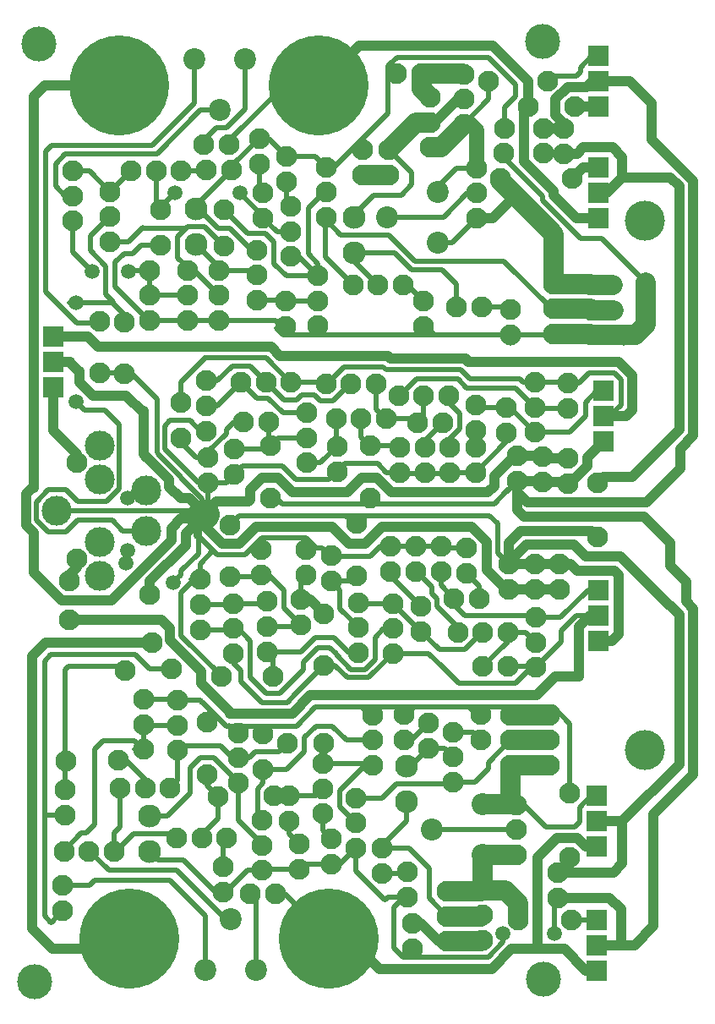
<source format=gbr>
G04 #@! TF.FileFunction,Copper,L2,Bot,Signal*
%FSLAX46Y46*%
G04 Gerber Fmt 4.6, Leading zero omitted, Abs format (unit mm)*
G04 Created by KiCad (PCBNEW 4.0.7) date Tuesday, August 03, 2021 'PMt' 04:14:27 PM*
%MOMM*%
%LPD*%
G01*
G04 APERTURE LIST*
%ADD10C,0.100000*%
%ADD11C,2.100000*%
%ADD12C,3.000000*%
%ADD13R,2.100000X2.100000*%
%ADD14C,2.300000*%
%ADD15C,2.200000*%
%ADD16C,10.000000*%
%ADD17C,4.000000*%
%ADD18C,3.500000*%
%ADD19C,1.500000*%
%ADD20C,0.500000*%
%ADD21C,1.000000*%
%ADD22C,3.000000*%
%ADD23C,2.000000*%
%ADD24C,1.500000*%
%ADD25C,0.250000*%
G04 APERTURE END LIST*
D10*
D11*
X211400000Y-103430000D03*
X211400000Y-105970000D03*
X195700000Y-93730000D03*
X195700000Y-96270000D03*
X199170000Y-91000000D03*
X196630000Y-91000000D03*
X198400000Y-103830000D03*
X198400000Y-106370000D03*
X202400000Y-111370000D03*
X202400000Y-108830000D03*
X202200000Y-133280000D03*
X202200000Y-135820000D03*
X201200000Y-128430000D03*
X201200000Y-130970000D03*
X215150000Y-121180000D03*
X215150000Y-123720000D03*
X212750000Y-120330000D03*
X212750000Y-122870000D03*
X213050000Y-136080000D03*
X213050000Y-138620000D03*
X210550000Y-133680000D03*
X210550000Y-136220000D03*
D12*
X177950000Y-99900000D03*
X186850000Y-101900000D03*
X186850000Y-97900000D03*
X182200000Y-103000000D03*
X182200000Y-106400000D03*
X182200000Y-93400000D03*
X182200000Y-96800000D03*
D11*
X203000000Y-95100000D03*
X203000000Y-92600000D03*
X203000000Y-90100000D03*
X201400000Y-87000000D03*
X198900000Y-87000000D03*
X196400000Y-87000000D03*
X192900000Y-86900000D03*
X192900000Y-89400000D03*
X192900000Y-91900000D03*
X204900000Y-87200000D03*
X207400000Y-87200000D03*
X209900000Y-87200000D03*
X205900000Y-90700000D03*
X208400000Y-90700000D03*
X210900000Y-90700000D03*
X212200000Y-88400000D03*
X214700000Y-88400000D03*
X217200000Y-88400000D03*
X225806000Y-87035000D03*
X225806000Y-89535000D03*
X225806000Y-92035000D03*
X199000000Y-114000000D03*
X199000000Y-111500000D03*
X199000000Y-109000000D03*
X195600000Y-114200000D03*
X195600000Y-111700000D03*
X195600000Y-109200000D03*
X192300000Y-111800000D03*
X192300000Y-109300000D03*
X192300000Y-106800000D03*
X211600000Y-114200000D03*
X211600000Y-111700000D03*
X211600000Y-109200000D03*
X208100000Y-114100000D03*
X208100000Y-111600000D03*
X208100000Y-109100000D03*
X223100000Y-112100000D03*
X220600000Y-112100000D03*
X218100000Y-112100000D03*
X225900000Y-115600000D03*
X225900000Y-113100000D03*
X225900000Y-110600000D03*
X183650000Y-134000000D03*
X181150000Y-134000000D03*
X178650000Y-134000000D03*
X186600000Y-118800000D03*
X186600000Y-121300000D03*
X186600000Y-123800000D03*
X194950000Y-132700000D03*
X192450000Y-132700000D03*
X189950000Y-132700000D03*
X190050000Y-118900000D03*
X190050000Y-121400000D03*
X190050000Y-123900000D03*
X184300000Y-127650000D03*
X186800000Y-127650000D03*
X189300000Y-127650000D03*
X196100000Y-127150000D03*
X196100000Y-124650000D03*
X196100000Y-122150000D03*
X198500000Y-130900000D03*
X198500000Y-133400000D03*
X198500000Y-135900000D03*
X204550000Y-130250000D03*
X204550000Y-127750000D03*
X204550000Y-125250000D03*
X209550000Y-120350000D03*
X209550000Y-122850000D03*
X209550000Y-125350000D03*
X207900000Y-128650000D03*
X207900000Y-131150000D03*
X207900000Y-133650000D03*
X217650000Y-122050000D03*
X217650000Y-124550000D03*
X217650000Y-127050000D03*
X220550000Y-142900000D03*
X220550000Y-140400000D03*
X220550000Y-137900000D03*
X223400000Y-125350000D03*
X223400000Y-122850000D03*
X223400000Y-120350000D03*
X217050000Y-143000000D03*
X217050000Y-140500000D03*
X217050000Y-138000000D03*
X223950000Y-129350000D03*
X223950000Y-131850000D03*
X223950000Y-134350000D03*
X227300000Y-125350000D03*
X227300000Y-122850000D03*
X227300000Y-120350000D03*
D13*
X232000000Y-140860000D03*
X232000000Y-143400000D03*
X232000000Y-145940000D03*
X232000000Y-128460000D03*
X232000000Y-131000000D03*
X232000000Y-133540000D03*
D11*
X206000000Y-93430000D03*
X206000000Y-95970000D03*
X214030000Y-91100000D03*
X216570000Y-91100000D03*
X229108000Y-87122000D03*
X229108000Y-89662000D03*
X217300000Y-93530000D03*
X217300000Y-96070000D03*
X219900000Y-89330000D03*
X219900000Y-91870000D03*
X223000000Y-89530000D03*
X223000000Y-92070000D03*
X193100000Y-94530000D03*
X193100000Y-97070000D03*
X214400000Y-109430000D03*
X214400000Y-111970000D03*
X213900000Y-103430000D03*
X213900000Y-105970000D03*
X220630000Y-115500000D03*
X223170000Y-115500000D03*
X216400000Y-103430000D03*
X216400000Y-105970000D03*
X219000000Y-103630000D03*
X219000000Y-106170000D03*
X205400000Y-104430000D03*
X205400000Y-106970000D03*
X202900000Y-103830000D03*
X202900000Y-106370000D03*
X178750000Y-127830000D03*
X178750000Y-130370000D03*
X194600000Y-138120000D03*
X194600000Y-135580000D03*
D14*
X187250000Y-134050000D03*
X187250000Y-130450000D03*
D11*
X205400000Y-135270000D03*
X205400000Y-132730000D03*
D14*
X213000000Y-129050000D03*
X213000000Y-125450000D03*
D11*
X220450000Y-122870000D03*
X220450000Y-120330000D03*
X213600000Y-143770000D03*
X213600000Y-141230000D03*
X199870000Y-138250000D03*
X197330000Y-138250000D03*
X178550000Y-137380000D03*
X178550000Y-139920000D03*
D15*
X220600000Y-129260000D03*
X220600000Y-134340000D03*
X215520000Y-131800000D03*
X197890000Y-145900000D03*
X192810000Y-145900000D03*
X195350000Y-140820000D03*
D11*
X198200000Y-65170000D03*
X198200000Y-62630000D03*
X198600000Y-70570000D03*
X198600000Y-68030000D03*
X220470000Y-79500000D03*
X217930000Y-79500000D03*
X223400000Y-82270000D03*
X223400000Y-79730000D03*
X208600000Y-66270000D03*
X208600000Y-63730000D03*
X211200000Y-63730000D03*
X211200000Y-66270000D03*
D13*
X177550000Y-87540000D03*
X177550000Y-85000000D03*
X177550000Y-82460000D03*
D11*
X179500000Y-65900000D03*
X179500000Y-68400000D03*
X179500000Y-70900000D03*
X187250000Y-80850000D03*
X187250000Y-78350000D03*
X187250000Y-75850000D03*
X190400000Y-65850000D03*
X187900000Y-65850000D03*
X185400000Y-65850000D03*
X191050000Y-80850000D03*
X191050000Y-78350000D03*
X191050000Y-75850000D03*
X183250000Y-67950000D03*
X183250000Y-70450000D03*
X183250000Y-72950000D03*
X194200000Y-75850000D03*
X194200000Y-78350000D03*
X194200000Y-80850000D03*
X198000000Y-78800000D03*
X198000000Y-76300000D03*
X198000000Y-73800000D03*
X201400000Y-69450000D03*
X201400000Y-71950000D03*
X201400000Y-74450000D03*
X204100000Y-81400000D03*
X204100000Y-78900000D03*
X204100000Y-76400000D03*
X204900000Y-70500000D03*
X204900000Y-68000000D03*
X204900000Y-65500000D03*
X212600000Y-77300000D03*
X210100000Y-77300000D03*
X207600000Y-77300000D03*
X218700000Y-56200000D03*
X218700000Y-58700000D03*
X218700000Y-61200000D03*
X231500000Y-77300000D03*
X231500000Y-79800000D03*
X231500000Y-82300000D03*
X215300000Y-58500000D03*
X215300000Y-61000000D03*
X215300000Y-63500000D03*
X220000000Y-70600000D03*
X220000000Y-68100000D03*
X220000000Y-65600000D03*
X227700000Y-77200000D03*
X227700000Y-79700000D03*
X227700000Y-82200000D03*
D13*
X232156000Y-54356000D03*
X232156000Y-56896000D03*
X232156000Y-59436000D03*
X232156000Y-65532000D03*
X232156000Y-68072000D03*
X232156000Y-70612000D03*
D14*
X191900000Y-69650000D03*
X191900000Y-73250000D03*
D11*
X200900000Y-78930000D03*
X200900000Y-81470000D03*
X200950000Y-64430000D03*
X200950000Y-66970000D03*
D14*
X207700000Y-70500000D03*
X207700000Y-74100000D03*
D11*
X214700000Y-78930000D03*
X214700000Y-81470000D03*
X211930000Y-56100000D03*
X214470000Y-56100000D03*
X195220000Y-63250000D03*
X192680000Y-63250000D03*
D15*
X216100000Y-67960000D03*
X216100000Y-73040000D03*
X211020000Y-70500000D03*
X191710000Y-54700000D03*
X196790000Y-54700000D03*
X194250000Y-59780000D03*
D13*
X232664000Y-87884000D03*
X232664000Y-90424000D03*
X232664000Y-92964000D03*
X232200000Y-107860000D03*
X232200000Y-110400000D03*
X232200000Y-112940000D03*
D16*
X205200000Y-142700000D03*
X185200000Y-142700000D03*
X204200000Y-57300000D03*
X184200000Y-57300000D03*
D11*
X214800000Y-93530000D03*
X214800000Y-96070000D03*
X228700000Y-61630000D03*
X228700000Y-64170000D03*
X219900000Y-93530000D03*
X219900000Y-96070000D03*
X229108000Y-97155000D03*
X229108000Y-94615000D03*
X220270000Y-108700000D03*
X217730000Y-108700000D03*
X228300000Y-107770000D03*
X228300000Y-105230000D03*
X226568000Y-97028000D03*
X226568000Y-94488000D03*
X224028000Y-96901000D03*
X224028000Y-94361000D03*
X223200000Y-107770000D03*
X223200000Y-105230000D03*
X225800000Y-107770000D03*
X225800000Y-105230000D03*
X228100000Y-138670000D03*
X228100000Y-136130000D03*
X212300000Y-93530000D03*
X212300000Y-96070000D03*
X199300000Y-98600000D03*
X199300000Y-93400000D03*
X190400000Y-89050000D03*
X190400000Y-92650000D03*
X209300000Y-98600000D03*
X209300000Y-93400000D03*
X208000000Y-106400000D03*
X208000000Y-101200000D03*
X195300000Y-106500000D03*
X195300000Y-101300000D03*
X204700000Y-110200000D03*
X204700000Y-115400000D03*
X194400000Y-116500000D03*
X199600000Y-116500000D03*
X194700000Y-69800000D03*
X194700000Y-73400000D03*
X182200000Y-80900000D03*
X182200000Y-86100000D03*
X188350000Y-69750000D03*
X188350000Y-73350000D03*
X184700000Y-81000000D03*
X184700000Y-86200000D03*
X195470000Y-65800000D03*
X192930000Y-65800000D03*
X198600000Y-125850000D03*
X198600000Y-122250000D03*
X204650000Y-123150000D03*
X201050000Y-123150000D03*
X193000000Y-126300000D03*
X193000000Y-121100000D03*
D17*
X236850000Y-70900000D03*
X236850000Y-123900000D03*
D18*
X176100000Y-53200000D03*
X175700000Y-147100000D03*
X226700000Y-146800000D03*
X226600000Y-52900000D03*
D19*
X189800000Y-68050000D03*
X196250000Y-68050000D03*
X189600000Y-107100000D03*
D11*
X189450000Y-115750000D03*
X187450000Y-113150000D03*
X187250000Y-108300000D03*
X225200000Y-59400000D03*
X229800000Y-59400000D03*
D19*
X181450000Y-75950000D03*
X185150000Y-75900000D03*
D11*
X221200000Y-56900000D03*
X227100000Y-56900000D03*
X222400000Y-66600000D03*
X229600000Y-66600000D03*
D19*
X227800000Y-142200000D03*
X222650000Y-142200000D03*
D11*
X222800000Y-61600000D03*
X226700000Y-61600000D03*
X229350000Y-128150000D03*
X229300000Y-134650000D03*
X226700000Y-64100000D03*
X222700000Y-64100000D03*
X232100000Y-97100000D03*
X232100000Y-102500000D03*
X199650000Y-128450000D03*
X194100000Y-128500000D03*
X179150000Y-110800000D03*
X179150000Y-106950000D03*
X179950000Y-104700000D03*
X179950000Y-95100000D03*
D19*
X179850000Y-88950000D03*
X179850000Y-79100000D03*
D11*
X184800000Y-115900000D03*
X178850000Y-124950000D03*
X184100000Y-124900000D03*
D19*
X184850000Y-105150000D03*
X185000000Y-98650000D03*
X185050000Y-103850000D03*
D11*
X224150000Y-140850000D03*
X229450000Y-140850000D03*
D20*
X198200000Y-65170000D02*
X198200000Y-67630000D01*
X198200000Y-67630000D02*
X198600000Y-68030000D01*
X188350000Y-69750000D02*
X188350000Y-69500000D01*
X188350000Y-69500000D02*
X189800000Y-68050000D01*
X196250000Y-68050000D02*
X198600000Y-70400000D01*
X198600000Y-70400000D02*
X198600000Y-70570000D01*
X187900000Y-65850000D02*
X187900000Y-69300000D01*
X187900000Y-69300000D02*
X188350000Y-69750000D01*
X201400000Y-71950000D02*
X199980000Y-71950000D01*
X199980000Y-71950000D02*
X198600000Y-70570000D01*
X220470000Y-79500000D02*
X223170000Y-79500000D01*
X223170000Y-79500000D02*
X223400000Y-79730000D01*
X207700000Y-74100000D02*
X207700000Y-74900000D01*
X207700000Y-74900000D02*
X210100000Y-77300000D01*
X210900000Y-74100000D02*
X211800000Y-74100000D01*
X211800000Y-74100000D02*
X213500000Y-75800000D01*
X213500000Y-75800000D02*
X216500000Y-75800000D01*
X216500000Y-75800000D02*
X217930000Y-77230000D01*
X217930000Y-77230000D02*
X217930000Y-79500000D01*
X207700000Y-74100000D02*
X210900000Y-74100000D01*
X178750000Y-130370000D02*
X176700000Y-130370000D01*
X176700000Y-130370000D02*
X176770000Y-130300000D01*
X176770000Y-130300000D02*
X176800000Y-130300000D01*
X176800000Y-130300000D02*
X176700000Y-130300000D01*
X189450000Y-115750000D02*
X187200000Y-115750000D01*
X187200000Y-115750000D02*
X185750000Y-114300000D01*
X185750000Y-114300000D02*
X177350000Y-114300000D01*
X177350000Y-114300000D02*
X176700000Y-114950000D01*
X176700000Y-114950000D02*
X176700000Y-130300000D01*
X176700000Y-130300000D02*
X176700000Y-140450000D01*
X176700000Y-140450000D02*
X177350000Y-141100000D01*
X177350000Y-141100000D02*
X177370000Y-141100000D01*
X177370000Y-141100000D02*
X178550000Y-139920000D01*
D21*
X177525000Y-143775000D02*
X184125000Y-143775000D01*
X184125000Y-143775000D02*
X185200000Y-142700000D01*
X179250000Y-85000000D02*
X179250000Y-85050000D01*
X179250000Y-85050000D02*
X180200000Y-86000000D01*
X180200000Y-87000000D02*
X180200000Y-86000000D01*
X180200000Y-86000000D02*
X180200000Y-85950000D01*
X183750000Y-88350000D02*
X181550000Y-88350000D01*
X181550000Y-88350000D02*
X180200000Y-87000000D01*
X179250000Y-85000000D02*
X177550000Y-85000000D01*
D20*
X182200000Y-86100000D02*
X184600000Y-86100000D01*
X184600000Y-86100000D02*
X184700000Y-86200000D01*
X184450000Y-86300000D02*
X185550000Y-86300000D01*
X185550000Y-86300000D02*
X187950000Y-88700000D01*
D21*
X183750000Y-88350000D02*
X184850000Y-88350000D01*
X184850000Y-88350000D02*
X186600000Y-90100000D01*
X186600000Y-89900000D02*
X186600000Y-90100000D01*
X186600000Y-90100000D02*
X186600000Y-94200000D01*
X187700000Y-95300000D02*
X186600000Y-94200000D01*
X186600000Y-94200000D02*
X186600000Y-94250000D01*
X186600000Y-94250000D02*
X186900000Y-94550000D01*
D20*
X188150000Y-94300000D02*
X187950000Y-94100000D01*
X187950000Y-94100000D02*
X187950000Y-88700000D01*
X192900000Y-91900000D02*
X192350000Y-91900000D01*
X192350000Y-91900000D02*
X191300000Y-90850000D01*
X191300000Y-90850000D02*
X189300000Y-90850000D01*
X189300000Y-90850000D02*
X188750000Y-91400000D01*
X188750000Y-91400000D02*
X188750000Y-93700000D01*
X193100000Y-97070000D02*
X192120000Y-97070000D01*
X192120000Y-97070000D02*
X188750000Y-93700000D01*
X192500000Y-99625000D02*
X192500000Y-98700000D01*
X192500000Y-98700000D02*
X190400000Y-96600000D01*
X190400000Y-96600000D02*
X190400000Y-96550000D01*
X190400000Y-96550000D02*
X188150000Y-94300000D01*
D21*
X192500000Y-100200000D02*
X192500000Y-99625000D01*
X192500000Y-99625000D02*
X192500000Y-99950000D01*
X192500000Y-99950000D02*
X191200000Y-98650000D01*
X191200000Y-98650000D02*
X190350000Y-98650000D01*
X190350000Y-98650000D02*
X189200000Y-97500000D01*
X189200000Y-97500000D02*
X189200000Y-96800000D01*
X189200000Y-96800000D02*
X187700000Y-95300000D01*
D20*
X189600000Y-107100000D02*
X189600000Y-107050000D01*
X189600000Y-107050000D02*
X190350000Y-106300000D01*
X190350000Y-106300000D02*
X190350000Y-105950000D01*
X189600000Y-107100000D02*
X189600000Y-106700000D01*
X189450000Y-106800000D02*
X189450000Y-106950000D01*
X189450000Y-106950000D02*
X189600000Y-107100000D01*
X192100000Y-103700000D02*
X192100000Y-102600000D01*
X192100000Y-102600000D02*
X191925000Y-102425000D01*
D21*
X187250000Y-108300000D02*
X187250000Y-106950000D01*
X187250000Y-106950000D02*
X190850000Y-103350000D01*
X190850000Y-103350000D02*
X190850000Y-102200000D01*
D20*
X191925000Y-101125000D02*
X191925000Y-102425000D01*
X192100000Y-103700000D02*
X192100000Y-104200000D01*
X192100000Y-104200000D02*
X190350000Y-105950000D01*
X189450000Y-106800000D02*
X189400000Y-106850000D01*
D21*
X184900000Y-113150000D02*
X187450000Y-113150000D01*
X187250000Y-108300000D02*
X187250000Y-108250000D01*
X175600000Y-103400000D02*
X175600000Y-102100000D01*
X175600000Y-102100000D02*
X174850000Y-101350000D01*
X174850000Y-101350000D02*
X174850000Y-98200000D01*
X174850000Y-98200000D02*
X175600000Y-97450000D01*
X192500000Y-100250000D02*
X192500000Y-100550000D01*
X192500000Y-100550000D02*
X191925000Y-101125000D01*
X191925000Y-101125000D02*
X190850000Y-102200000D01*
X187250000Y-108250000D02*
X187250000Y-108450000D01*
X183300000Y-108850000D02*
X183450000Y-108850000D01*
X183450000Y-108850000D02*
X183900000Y-108400000D01*
X192500000Y-100250000D02*
X191450000Y-100250000D01*
X191450000Y-100250000D02*
X191000000Y-100700000D01*
X191000000Y-100700000D02*
X190350000Y-100700000D01*
X190350000Y-100700000D02*
X189400000Y-101650000D01*
X189400000Y-101650000D02*
X189400000Y-102900000D01*
X189400000Y-102900000D02*
X183900000Y-108400000D01*
X177550000Y-143800000D02*
X177525000Y-143775000D01*
X177525000Y-143775000D02*
X175450000Y-141700000D01*
X175450000Y-141700000D02*
X175450000Y-114500000D01*
X175450000Y-114500000D02*
X176800000Y-113150000D01*
X176800000Y-113150000D02*
X184900000Y-113150000D01*
X184200000Y-57300000D02*
X176700000Y-57300000D01*
X176700000Y-57300000D02*
X175600000Y-58400000D01*
X175600000Y-58400000D02*
X175600000Y-97450000D01*
X175600000Y-97450000D02*
X175600000Y-97600000D01*
X175600000Y-103400000D02*
X175600000Y-106050000D01*
X175600000Y-106050000D02*
X178400000Y-108850000D01*
X178400000Y-108850000D02*
X183300000Y-108850000D01*
X192500000Y-100250000D02*
X192500000Y-100200000D01*
X192500000Y-100200000D02*
X192500000Y-99950000D01*
X192500000Y-100200000D02*
X192500000Y-99850000D01*
D20*
X177950000Y-99900000D02*
X192400000Y-99900000D01*
X192400000Y-99900000D02*
X192700000Y-100200000D01*
X192300000Y-106800000D02*
X191700000Y-106800000D01*
X191700000Y-106800000D02*
X190400000Y-108100000D01*
X190400000Y-108100000D02*
X190400000Y-112400000D01*
X190400000Y-112400000D02*
X194400000Y-116400000D01*
X194400000Y-116400000D02*
X194400000Y-116500000D01*
X192200000Y-102500000D02*
X192200000Y-100700000D01*
X192200000Y-100700000D02*
X192700000Y-100200000D01*
X192300000Y-106800000D02*
X192300000Y-105200000D01*
X192300000Y-105200000D02*
X193600000Y-103900000D01*
X191400000Y-106800000D02*
X192300000Y-106800000D01*
X197800000Y-103300000D02*
X198100000Y-103000000D01*
X193600000Y-103900000D02*
X194000000Y-104300000D01*
X193600000Y-103900000D02*
X192200000Y-102500000D01*
X204500000Y-103630000D02*
X203930000Y-103630000D01*
X203930000Y-103630000D02*
X202900000Y-102600000D01*
X202900000Y-102600000D02*
X199600000Y-102600000D01*
X199600000Y-102600000D02*
X198500000Y-102600000D01*
X198500000Y-102600000D02*
X198100000Y-103000000D01*
X198100000Y-103000000D02*
X196800000Y-104300000D01*
X196800000Y-104300000D02*
X194000000Y-104300000D01*
X206900000Y-104500000D02*
X205370000Y-104500000D01*
X205370000Y-104500000D02*
X204500000Y-103630000D01*
D21*
X198800000Y-101500000D02*
X197900000Y-101500000D01*
X197900000Y-101500000D02*
X197300000Y-102100000D01*
X192700000Y-100200000D02*
X192700000Y-101400000D01*
X192700000Y-101400000D02*
X194500000Y-103200000D01*
X194500000Y-103200000D02*
X196200000Y-103200000D01*
X196200000Y-103200000D02*
X197300000Y-102100000D01*
X198800000Y-101500000D02*
X204000000Y-101500000D01*
X207500000Y-103200000D02*
X207200000Y-103200000D01*
X207200000Y-103200000D02*
X205500000Y-101500000D01*
X205500000Y-101500000D02*
X204000000Y-101500000D01*
D20*
X211400000Y-103430000D02*
X210370000Y-103430000D01*
X210370000Y-103430000D02*
X209300000Y-104500000D01*
X209300000Y-104500000D02*
X206900000Y-104500000D01*
X206900000Y-104500000D02*
X206700000Y-104500000D01*
X219000000Y-103630000D02*
X216600000Y-103630000D01*
X216600000Y-103630000D02*
X216400000Y-103430000D01*
X213900000Y-103430000D02*
X216400000Y-103430000D01*
X211400000Y-103430000D02*
X213900000Y-103430000D01*
D21*
X211949998Y-101500000D02*
X210500000Y-101500000D01*
X210500000Y-101500000D02*
X208800000Y-103200000D01*
X208800000Y-103200000D02*
X207500000Y-103200000D01*
X219500000Y-101500000D02*
X211949998Y-101500000D01*
X223200000Y-107770000D02*
X222970000Y-107770000D01*
X222970000Y-107770000D02*
X221000000Y-105800000D01*
X221000000Y-105800000D02*
X221000000Y-103000000D01*
X221000000Y-103000000D02*
X219500000Y-101500000D01*
X223200000Y-107770000D02*
X222870000Y-107770000D01*
X225800000Y-107770000D02*
X223200000Y-107770000D01*
X228300000Y-107770000D02*
X225800000Y-107770000D01*
D20*
X212300000Y-96070000D02*
X210970000Y-96070000D01*
X206770000Y-95200000D02*
X206000000Y-95970000D01*
X210100000Y-95200000D02*
X206770000Y-95200000D01*
X210970000Y-96070000D02*
X210100000Y-95200000D01*
X201900000Y-96800000D02*
X205170000Y-96800000D01*
X201900000Y-96800000D02*
X200500000Y-95400000D01*
X200500000Y-95400000D02*
X196570000Y-95400000D01*
X195700000Y-96270000D02*
X196570000Y-95400000D01*
X205170000Y-96800000D02*
X206000000Y-95970000D01*
D21*
X201544000Y-98044000D02*
X207056000Y-98044000D01*
X208500000Y-96600000D02*
X207056000Y-98044000D01*
X197300000Y-97800000D02*
X197300000Y-98800000D01*
X195300000Y-99000000D02*
X197100000Y-99000000D01*
X197300000Y-98800000D02*
X197100000Y-99000000D01*
X198500000Y-96600000D02*
X197300000Y-97800000D01*
X200100000Y-96600000D02*
X198500000Y-96600000D01*
X201544000Y-98044000D02*
X200100000Y-96600000D01*
X208500000Y-96600000D02*
X209300000Y-96600000D01*
X213400000Y-98044000D02*
X211444000Y-98044000D01*
X211444000Y-98044000D02*
X210000000Y-96600000D01*
X210000000Y-96600000D02*
X209300000Y-96600000D01*
X209300000Y-96600000D02*
X209200000Y-96600000D01*
D20*
X214800000Y-96170000D02*
X212300000Y-96170000D01*
X217300000Y-96170000D02*
X214800000Y-96170000D01*
X223000000Y-92070000D02*
X223000000Y-92970000D01*
X223000000Y-92970000D02*
X219900000Y-96070000D01*
X219900000Y-96070000D02*
X217400000Y-96070000D01*
X217400000Y-96070000D02*
X217300000Y-96170000D01*
X192400000Y-99900000D02*
X192700000Y-100200000D01*
X193100000Y-97070000D02*
X193100000Y-99600000D01*
D21*
X193900000Y-99000000D02*
X192700000Y-100200000D01*
X193900000Y-99000000D02*
X195300000Y-99000000D01*
D22*
X192700000Y-100200000D02*
X192500000Y-100200000D01*
D20*
X193100000Y-99600000D02*
X192500000Y-100200000D01*
D21*
X221742000Y-97409000D02*
X221107000Y-98044000D01*
X221107000Y-98044000D02*
X217043000Y-98044000D01*
X223774000Y-94361000D02*
X221742000Y-96393000D01*
X213360000Y-98044000D02*
X213400000Y-98044000D01*
X213400000Y-98044000D02*
X217043000Y-98044000D01*
X221742000Y-96393000D02*
X221742000Y-97409000D01*
X195300000Y-99000000D02*
X195100000Y-99000000D01*
D20*
X193100000Y-97070000D02*
X194900000Y-97070000D01*
X194900000Y-97070000D02*
X195700000Y-96270000D01*
X223000000Y-92070000D02*
X223000000Y-92600000D01*
D21*
X224028000Y-94361000D02*
X223774000Y-94361000D01*
X224028000Y-94361000D02*
X226441000Y-94361000D01*
X226441000Y-94361000D02*
X226568000Y-94488000D01*
X229108000Y-94615000D02*
X226695000Y-94615000D01*
X226695000Y-94615000D02*
X226568000Y-94488000D01*
D20*
X199870000Y-138250000D02*
X200750000Y-138250000D01*
X200750000Y-138250000D02*
X205200000Y-142700000D01*
D21*
X232000000Y-133540000D02*
X230940000Y-133540000D01*
X230940000Y-133540000D02*
X230100000Y-132700000D01*
X230100000Y-132700000D02*
X228040000Y-132700000D01*
X228040000Y-132700000D02*
X227200000Y-133540000D01*
X205200000Y-142700000D02*
X207250000Y-142700000D01*
X207250000Y-142700000D02*
X210300000Y-145750000D01*
X210300000Y-145750000D02*
X221500000Y-145750000D01*
X221500000Y-145750000D02*
X223450000Y-143800000D01*
X227200000Y-133540000D02*
X227200000Y-133550000D01*
X227200000Y-133550000D02*
X226100000Y-134650000D01*
X226100000Y-134650000D02*
X226100000Y-143800000D01*
X223450000Y-143800000D02*
X226100000Y-143800000D01*
X226100000Y-143800000D02*
X228800000Y-143800000D01*
X228800000Y-143800000D02*
X230940000Y-145940000D01*
X230940000Y-145940000D02*
X232000000Y-145940000D01*
D20*
X195220000Y-63250000D02*
X195220000Y-62830000D01*
X195220000Y-62830000D02*
X200750000Y-57300000D01*
X200750000Y-57300000D02*
X204200000Y-57300000D01*
X200300000Y-57300000D02*
X204200000Y-57300000D01*
D21*
X224700000Y-63100000D02*
X224700000Y-64900000D01*
X224700000Y-64900000D02*
X227700000Y-67900000D01*
X227700000Y-67900000D02*
X227700000Y-68300000D01*
X219100000Y-53300000D02*
X208200000Y-53300000D01*
X208200000Y-53300000D02*
X204200000Y-57300000D01*
X225200000Y-59400000D02*
X225200000Y-56900000D01*
X225200000Y-56900000D02*
X221600000Y-53300000D01*
X221600000Y-53300000D02*
X219100000Y-53300000D01*
X224700000Y-63100000D02*
X224700000Y-59900000D01*
X224700000Y-59900000D02*
X225200000Y-59400000D01*
X230812000Y-70612000D02*
X230012000Y-70612000D01*
X230012000Y-70612000D02*
X227700000Y-68300000D01*
X225200000Y-59400000D02*
X224700000Y-59400000D01*
X232156000Y-70612000D02*
X230812000Y-70612000D01*
X232156000Y-59436000D02*
X229836000Y-59436000D01*
X229836000Y-59436000D02*
X229800000Y-59400000D01*
D20*
X185400000Y-65850000D02*
X185350000Y-65850000D01*
X185350000Y-65850000D02*
X183250000Y-67950000D01*
X179500000Y-65900000D02*
X181200000Y-65900000D01*
X181200000Y-65900000D02*
X183250000Y-67950000D01*
X179500000Y-68400000D02*
X178800000Y-68400000D01*
X178800000Y-68400000D02*
X177800000Y-67400000D01*
X182750000Y-64150000D02*
X178800000Y-64150000D01*
X178800000Y-64150000D02*
X177800000Y-65150000D01*
X177800000Y-65150000D02*
X177800000Y-67400000D01*
X194250000Y-59780000D02*
X192320000Y-59780000D01*
X192320000Y-59780000D02*
X187950000Y-64150000D01*
X187950000Y-64150000D02*
X182750000Y-64150000D01*
X181450000Y-75950000D02*
X179500000Y-74000000D01*
X179500000Y-74000000D02*
X179500000Y-70900000D01*
X187250000Y-75850000D02*
X185200000Y-75850000D01*
X185200000Y-75850000D02*
X185150000Y-75900000D01*
X187250000Y-78350000D02*
X191050000Y-78350000D01*
X187250000Y-75850000D02*
X187250000Y-78350000D01*
X190400000Y-65850000D02*
X192880000Y-65850000D01*
X192880000Y-65850000D02*
X192930000Y-65800000D01*
X194200000Y-75850000D02*
X197550000Y-75850000D01*
X197550000Y-75850000D02*
X198000000Y-76300000D01*
X194200000Y-75850000D02*
X194200000Y-75550000D01*
X194200000Y-75550000D02*
X191900000Y-73250000D01*
X198000000Y-78800000D02*
X200770000Y-78800000D01*
X200770000Y-78800000D02*
X200900000Y-78930000D01*
X200900000Y-78930000D02*
X204070000Y-78930000D01*
X204070000Y-78930000D02*
X204100000Y-78900000D01*
X200950000Y-66970000D02*
X200950000Y-69000000D01*
X200950000Y-69000000D02*
X201400000Y-69450000D01*
X204900000Y-70500000D02*
X204900000Y-70800000D01*
X204900000Y-70800000D02*
X206400000Y-72300000D01*
X206400000Y-72300000D02*
X211200000Y-72300000D01*
X207600000Y-77300000D02*
X204800000Y-74500000D01*
X204800000Y-74500000D02*
X204800000Y-70600000D01*
X204800000Y-70600000D02*
X204900000Y-70500000D01*
X227700000Y-79700000D02*
X227500000Y-79700000D01*
X227500000Y-79700000D02*
X222700000Y-74900000D01*
X222700000Y-74900000D02*
X213800000Y-74900000D01*
X213800000Y-74900000D02*
X211200000Y-72300000D01*
D23*
X231500000Y-79800000D02*
X233700000Y-79800000D01*
X227700000Y-79700000D02*
X231400000Y-79700000D01*
X231400000Y-79700000D02*
X231500000Y-79800000D01*
D20*
X212600000Y-77300000D02*
X213070000Y-77300000D01*
X213070000Y-77300000D02*
X214700000Y-78930000D01*
D23*
X214470000Y-56100000D02*
X214470000Y-57670000D01*
X214470000Y-57670000D02*
X215300000Y-58500000D01*
X214470000Y-56100000D02*
X218600000Y-56100000D01*
X218600000Y-56100000D02*
X218700000Y-56200000D01*
D20*
X221200000Y-56900000D02*
X221200000Y-58700000D01*
X221200000Y-58700000D02*
X218700000Y-61200000D01*
X218000000Y-65600000D02*
X220000000Y-65600000D01*
D24*
X218700000Y-61200000D02*
X219400000Y-61200000D01*
X219400000Y-61200000D02*
X220000000Y-61800000D01*
X220000000Y-61800000D02*
X220000000Y-65600000D01*
D23*
X215300000Y-63500000D02*
X216400000Y-63500000D01*
X216400000Y-63500000D02*
X218700000Y-61200000D01*
D20*
X232156000Y-54356000D02*
X231544000Y-54356000D01*
X231544000Y-54356000D02*
X230400000Y-55500000D01*
X230400000Y-55500000D02*
X230400000Y-56000000D01*
X230400000Y-56000000D02*
X230000000Y-56400000D01*
X230000000Y-56400000D02*
X227600000Y-56400000D01*
X227600000Y-56400000D02*
X227100000Y-56900000D01*
X216100000Y-67960000D02*
X216100000Y-67500000D01*
X216100000Y-67500000D02*
X218000000Y-65600000D01*
X216100000Y-73040000D02*
X217560000Y-73040000D01*
X217560000Y-73040000D02*
X220000000Y-70600000D01*
D21*
X220000000Y-70600000D02*
X221600000Y-70600000D01*
X221600000Y-70600000D02*
X223850000Y-68350000D01*
D23*
X222400000Y-66600000D02*
X222400000Y-66900000D01*
X222400000Y-66900000D02*
X223850000Y-68350000D01*
X223850000Y-68350000D02*
X227700000Y-72200000D01*
X227700000Y-72200000D02*
X227700000Y-77200000D01*
X231500000Y-77300000D02*
X233600000Y-77300000D01*
X227700000Y-77200000D02*
X231400000Y-77200000D01*
X231400000Y-77200000D02*
X231500000Y-77300000D01*
D21*
X232156000Y-65532000D02*
X230668000Y-65532000D01*
X230668000Y-65532000D02*
X229600000Y-66600000D01*
D20*
X211020000Y-70500000D02*
X216700000Y-70500000D01*
X216700000Y-70500000D02*
X219100000Y-68100000D01*
X219100000Y-68100000D02*
X220000000Y-68100000D01*
X199700000Y-75150000D02*
X199700000Y-73000000D01*
X199700000Y-73000000D02*
X199500000Y-72800000D01*
X199500000Y-72800000D02*
X198850000Y-72150000D01*
X198850000Y-72150000D02*
X197050000Y-72150000D01*
X197050000Y-72150000D02*
X194700000Y-69800000D01*
X204100000Y-76400000D02*
X200950000Y-76400000D01*
X200950000Y-76400000D02*
X199700000Y-75150000D01*
X204100000Y-76400000D02*
X204100000Y-75150000D01*
X204100000Y-75150000D02*
X203150000Y-74200000D01*
X203150000Y-74200000D02*
X203150000Y-73600000D01*
X204900000Y-68000000D02*
X204750000Y-68000000D01*
X204750000Y-68000000D02*
X203150000Y-69600000D01*
X203150000Y-69600000D02*
X203150000Y-73600000D01*
X201400000Y-74450000D02*
X202150000Y-74450000D01*
X202150000Y-74450000D02*
X204100000Y-76400000D01*
X183250000Y-72950000D02*
X185150000Y-72950000D01*
X185150000Y-72950000D02*
X186550000Y-71550000D01*
X186550000Y-71550000D02*
X186600000Y-71600000D01*
X186600000Y-71600000D02*
X190900000Y-71600000D01*
X191050000Y-75850000D02*
X191050000Y-75550000D01*
X191050000Y-75550000D02*
X190050000Y-74550000D01*
X190050000Y-74550000D02*
X190050000Y-72450000D01*
X190050000Y-72450000D02*
X190900000Y-71600000D01*
X190900000Y-71600000D02*
X191050000Y-71450000D01*
X191050000Y-75850000D02*
X190800000Y-75850000D01*
X191050000Y-75850000D02*
X191050000Y-75550000D01*
X191050000Y-75850000D02*
X191700000Y-75850000D01*
X191700000Y-75850000D02*
X194200000Y-78350000D01*
X191050000Y-71450000D02*
X192750000Y-71450000D01*
X192750000Y-71450000D02*
X194700000Y-73400000D01*
D23*
X211200000Y-66270000D02*
X208600000Y-66270000D01*
D20*
X208600000Y-66270000D02*
X211200000Y-66270000D01*
X207700000Y-70500000D02*
X207700000Y-70250000D01*
X207700000Y-70250000D02*
X209650000Y-68300000D01*
X209650000Y-68300000D02*
X212450000Y-68300000D01*
X212450000Y-68300000D02*
X213500000Y-67250000D01*
X213500000Y-67250000D02*
X213500000Y-66030000D01*
X213500000Y-66030000D02*
X211200000Y-63730000D01*
D23*
X215300000Y-61000000D02*
X213930000Y-61000000D01*
X213930000Y-61000000D02*
X211200000Y-63730000D01*
D21*
X215300000Y-61000000D02*
X215800000Y-61000000D01*
X215800000Y-61000000D02*
X218100000Y-58700000D01*
X218100000Y-58700000D02*
X218700000Y-58700000D01*
D20*
X194600000Y-138120000D02*
X193870000Y-138120000D01*
X193870000Y-138120000D02*
X190600000Y-134850000D01*
X190600000Y-134850000D02*
X188050000Y-134850000D01*
X188050000Y-134850000D02*
X187250000Y-134050000D01*
X194600000Y-138120000D02*
X194830000Y-138120000D01*
X194830000Y-138120000D02*
X197050000Y-135900000D01*
X197050000Y-135900000D02*
X198500000Y-135900000D01*
X202200000Y-135820000D02*
X198580000Y-135820000D01*
X198580000Y-135820000D02*
X198500000Y-135900000D01*
X205400000Y-135270000D02*
X202750000Y-135270000D01*
X202750000Y-135270000D02*
X202200000Y-135820000D01*
X205400000Y-135270000D02*
X206280000Y-135270000D01*
X206280000Y-135270000D02*
X207900000Y-133650000D01*
X207900000Y-136000000D02*
X207900000Y-133650000D01*
X213050000Y-138620000D02*
X211070000Y-138620000D01*
X211070000Y-138620000D02*
X210840000Y-138850000D01*
X210840000Y-138850000D02*
X210750000Y-138850000D01*
X210750000Y-138850000D02*
X208700000Y-136800000D01*
X208700000Y-136800000D02*
X207900000Y-136000000D01*
X213050000Y-138620000D02*
X212730000Y-138620000D01*
X212730000Y-138620000D02*
X211700000Y-139650000D01*
X213600000Y-143770000D02*
X213600000Y-143950000D01*
X213600000Y-143950000D02*
X214250000Y-144600000D01*
X213600000Y-143770000D02*
X213600000Y-144499994D01*
X213600000Y-144499994D02*
X213700006Y-144600000D01*
X213700006Y-144600000D02*
X213600000Y-143770000D01*
X216200000Y-144600000D02*
X214250000Y-144600000D01*
X214250000Y-144600000D02*
X212600000Y-144600000D01*
X212600000Y-144600000D02*
X211700000Y-143700000D01*
X211700000Y-143700000D02*
X211700000Y-139650000D01*
X222650000Y-142200000D02*
X222650000Y-143100000D01*
X222650000Y-143100000D02*
X221150000Y-144600000D01*
X221150000Y-144600000D02*
X216200000Y-144600000D01*
X216200000Y-144600000D02*
X216100000Y-144600000D01*
X228100000Y-138670000D02*
X228100000Y-139100000D01*
X228100000Y-139100000D02*
X227800000Y-139400000D01*
X227800000Y-139400000D02*
X227800000Y-142200000D01*
D21*
X228100000Y-138670000D02*
X233320000Y-138670000D01*
X233320000Y-138670000D02*
X234450000Y-139800000D01*
X234450000Y-139800000D02*
X234450000Y-143400000D01*
D20*
X211930000Y-56100000D02*
X211930000Y-55680000D01*
X211930000Y-55680000D02*
X211375000Y-55125000D01*
X195470000Y-65800000D02*
X195470000Y-65360000D01*
X195470000Y-65360000D02*
X198200000Y-62630000D01*
X191900000Y-69650000D02*
X191900000Y-69370000D01*
X191900000Y-69370000D02*
X195470000Y-65800000D01*
X191900000Y-69650000D02*
X192100000Y-69650000D01*
X192100000Y-69650000D02*
X194050000Y-71600000D01*
X194050000Y-71600000D02*
X195300000Y-71600000D01*
X195300000Y-71600000D02*
X197500000Y-73800000D01*
X197500000Y-73800000D02*
X198000000Y-73800000D01*
X191900000Y-69650000D02*
X191900000Y-69600000D01*
X198200000Y-62630000D02*
X198200000Y-62700000D01*
X198200000Y-62630000D02*
X199150000Y-62630000D01*
X199150000Y-62630000D02*
X200950000Y-64430000D01*
X200950000Y-64430000D02*
X203830000Y-64430000D01*
X203830000Y-64430000D02*
X204900000Y-65500000D01*
X208600000Y-63730000D02*
X207520000Y-63730000D01*
X207520000Y-63730000D02*
X207450000Y-63800000D01*
X207450000Y-63800000D02*
X207450000Y-63750000D01*
X204900000Y-65500000D02*
X205700000Y-65500000D01*
X205700000Y-65500000D02*
X206500000Y-64700000D01*
X208600000Y-63730000D02*
X208600000Y-62900000D01*
X208600000Y-62900000D02*
X208450000Y-62750000D01*
X208450000Y-62750000D02*
X208600000Y-63730000D01*
X219300000Y-54500000D02*
X212000000Y-54500000D01*
X223900000Y-57700000D02*
X223900000Y-58400000D01*
X223900000Y-58400000D02*
X222800000Y-59500000D01*
X222800000Y-59500000D02*
X222800000Y-61600000D01*
X223900000Y-57700000D02*
X223900000Y-57200000D01*
X223900000Y-57200000D02*
X221200000Y-54500000D01*
X221200000Y-54500000D02*
X219300000Y-54500000D01*
X222800000Y-61600000D02*
X223400000Y-61000000D01*
X212000000Y-54500000D02*
X211375000Y-55125000D01*
X211375000Y-55125000D02*
X211100000Y-55400000D01*
X211100000Y-55400000D02*
X211100000Y-60100000D01*
X211100000Y-60100000D02*
X207450000Y-63750000D01*
X207450000Y-63750000D02*
X206500000Y-64700000D01*
D21*
X232156000Y-56896000D02*
X231604000Y-56896000D01*
X231604000Y-56896000D02*
X231000000Y-57500000D01*
X231000000Y-57500000D02*
X229100000Y-57500000D01*
X229100000Y-57500000D02*
X227900000Y-58700000D01*
X227900000Y-58700000D02*
X227900000Y-60300000D01*
X228700000Y-61630000D02*
X226730000Y-61630000D01*
X226730000Y-61630000D02*
X226700000Y-61600000D01*
X228700000Y-61630000D02*
X228700000Y-61100000D01*
X228700000Y-61100000D02*
X227900000Y-60300000D01*
X240411000Y-95631000D02*
X240411000Y-93689000D01*
X240411000Y-93689000D02*
X241700000Y-92400000D01*
X241700000Y-92400000D02*
X241700000Y-66900000D01*
X241700000Y-66900000D02*
X237500000Y-62700000D01*
X237500000Y-62700000D02*
X237500000Y-59100000D01*
X237500000Y-59100000D02*
X235296000Y-56896000D01*
X235296000Y-56896000D02*
X232156000Y-56896000D01*
X241700000Y-114500000D02*
X241700000Y-126300000D01*
X241700000Y-126300000D02*
X237700000Y-130300000D01*
X237700000Y-130300000D02*
X237700000Y-141500000D01*
X237700000Y-141500000D02*
X235800000Y-143400000D01*
X235800000Y-143400000D02*
X234450000Y-143400000D01*
X234450000Y-143400000D02*
X232000000Y-143400000D01*
X241000000Y-107000000D02*
X241000000Y-109000000D01*
X241000000Y-109000000D02*
X241700000Y-109700000D01*
X241700000Y-109700000D02*
X241700000Y-114500000D01*
X239400000Y-103100000D02*
X239400000Y-105400000D01*
X224028000Y-99828000D02*
X224700000Y-100500000D01*
X224700000Y-100500000D02*
X236800000Y-100500000D01*
X236800000Y-100500000D02*
X239400000Y-103100000D01*
X224028000Y-96901000D02*
X224028000Y-99828000D01*
X239400000Y-105400000D02*
X241000000Y-107000000D01*
X225044000Y-99060000D02*
X236982000Y-99060000D01*
X240411000Y-95631000D02*
X236982000Y-99060000D01*
X225044000Y-99060000D02*
X224028000Y-98044000D01*
X224028000Y-96901000D02*
X224028000Y-98044000D01*
X229108000Y-97155000D02*
X229345000Y-97155000D01*
X229345000Y-97155000D02*
X231100000Y-95400000D01*
X231100000Y-94528000D02*
X232664000Y-92964000D01*
X231100000Y-95400000D02*
X231100000Y-94528000D01*
D20*
X208713000Y-99187000D02*
X200487000Y-99187000D01*
X200487000Y-99187000D02*
X199900000Y-98600000D01*
X208713000Y-99187000D02*
X209300000Y-98600000D01*
X209887000Y-99187000D02*
X221742000Y-99187000D01*
X221742000Y-99187000D02*
X223000000Y-97929000D01*
X209887000Y-99187000D02*
X209300000Y-98600000D01*
X224028000Y-96901000D02*
X224028000Y-96972000D01*
X224028000Y-96972000D02*
X223000000Y-98000000D01*
X223000000Y-98000000D02*
X223000000Y-97929000D01*
X199300000Y-98600000D02*
X199900000Y-98600000D01*
X224028000Y-96901000D02*
X223000000Y-97929000D01*
D21*
X226568000Y-97028000D02*
X228981000Y-97028000D01*
X228981000Y-97028000D02*
X229108000Y-97155000D01*
X224028000Y-96901000D02*
X226441000Y-96901000D01*
X226441000Y-96901000D02*
X226568000Y-97028000D01*
D20*
X209550000Y-120350000D02*
X209250000Y-120350000D01*
X209250000Y-120350000D02*
X208450000Y-119550000D01*
X198600000Y-122250000D02*
X198500000Y-122250000D01*
X198500000Y-122250000D02*
X197700000Y-121450000D01*
X196100000Y-122150000D02*
X195400000Y-121450000D01*
X195400000Y-121450000D02*
X195200000Y-121450000D01*
X195200000Y-121450000D02*
X195150000Y-121400000D01*
X195150000Y-121400000D02*
X195150000Y-121450000D01*
X198600000Y-122250000D02*
X198600000Y-122000000D01*
X198600000Y-122000000D02*
X199150000Y-121450000D01*
X199150000Y-121450000D02*
X198600000Y-122250000D01*
X193000000Y-121100000D02*
X193000000Y-120400000D01*
X193000000Y-120400000D02*
X193425000Y-119975000D01*
X190050000Y-118900000D02*
X192300000Y-118900000D01*
X192300000Y-118900000D02*
X192500000Y-119100000D01*
X192500000Y-119100000D02*
X192500000Y-119050000D01*
X186600000Y-118800000D02*
X189950000Y-118800000D01*
X189950000Y-118800000D02*
X190050000Y-118900000D01*
X212750000Y-120330000D02*
X212970000Y-120330000D01*
X212970000Y-120330000D02*
X213750000Y-119550000D01*
X220450000Y-120330000D02*
X219980000Y-120330000D01*
X219980000Y-120330000D02*
X219200000Y-119550000D01*
D23*
X223400000Y-120350000D02*
X227300000Y-120350000D01*
D20*
X227300000Y-120350000D02*
X227250000Y-120350000D01*
X227250000Y-120350000D02*
X226450000Y-119550000D01*
X223400000Y-120350000D02*
X223550000Y-120350000D01*
X223550000Y-120350000D02*
X224350000Y-119550000D01*
X229350000Y-121850000D02*
X229350000Y-121200000D01*
X229350000Y-121200000D02*
X227700000Y-119550000D01*
X227700000Y-119550000D02*
X226450000Y-119550000D01*
X226450000Y-119550000D02*
X224350000Y-119550000D01*
X224350000Y-119550000D02*
X219200000Y-119550000D01*
X219200000Y-119550000D02*
X213750000Y-119550000D01*
X213750000Y-119550000D02*
X208450000Y-119550000D01*
X208450000Y-119550000D02*
X203850000Y-119550000D01*
X203850000Y-119550000D02*
X201950000Y-121450000D01*
X201950000Y-121450000D02*
X197700000Y-121450000D01*
X197700000Y-121450000D02*
X195150000Y-121450000D01*
X195150000Y-121450000D02*
X194900000Y-121450000D01*
X194900000Y-121450000D02*
X193425000Y-119975000D01*
X193425000Y-119975000D02*
X192500000Y-119050000D01*
X229350000Y-128150000D02*
X229350000Y-124050000D01*
X229350000Y-124050000D02*
X229350000Y-121850000D01*
X229350000Y-121850000D02*
X229350000Y-121800000D01*
X228100000Y-136130000D02*
X228100000Y-135850000D01*
X228100000Y-135850000D02*
X229300000Y-134650000D01*
D21*
X228100000Y-136130000D02*
X233670000Y-136130000D01*
X233670000Y-136130000D02*
X234600000Y-135200000D01*
X234600000Y-135200000D02*
X234600000Y-131000000D01*
D20*
X184450000Y-78150000D02*
X183800000Y-77500000D01*
X183800000Y-77500000D02*
X183800000Y-75050000D01*
X183800000Y-75050000D02*
X184650000Y-74200000D01*
X184650000Y-74200000D02*
X185500000Y-74200000D01*
X185500000Y-74200000D02*
X186350000Y-73350000D01*
X186350000Y-73350000D02*
X188350000Y-73350000D01*
X187250000Y-80850000D02*
X187150000Y-80850000D01*
X187150000Y-80850000D02*
X184450000Y-78150000D01*
X191050000Y-80850000D02*
X187250000Y-80850000D01*
X194200000Y-80850000D02*
X191050000Y-80850000D01*
X200900000Y-81470000D02*
X200470000Y-81470000D01*
X200470000Y-81470000D02*
X199850000Y-80850000D01*
X199850000Y-80850000D02*
X194200000Y-80850000D01*
X204100000Y-81400000D02*
X204100000Y-81500000D01*
X204100000Y-81500000D02*
X204870000Y-82270000D01*
X204100000Y-81400000D02*
X204100000Y-82150000D01*
X204100000Y-82150000D02*
X203980000Y-82270000D01*
X203980000Y-82270000D02*
X204100000Y-81400000D01*
X200900000Y-81470000D02*
X200900000Y-81700000D01*
X200900000Y-81700000D02*
X201470000Y-82270000D01*
X201470000Y-82270000D02*
X200900000Y-81470000D01*
X214700000Y-81470000D02*
X214970000Y-81470000D01*
X214970000Y-81470000D02*
X215770000Y-82270000D01*
X223400000Y-82270000D02*
X220530000Y-82270000D01*
X214700000Y-81470000D02*
X214700000Y-81600000D01*
X214700000Y-81600000D02*
X215370000Y-82270000D01*
X215370000Y-82270000D02*
X214700000Y-81470000D01*
X214700000Y-82140000D02*
X214570000Y-82270000D01*
X213230000Y-82270000D02*
X213130000Y-82270000D01*
X213130000Y-82270000D02*
X204870000Y-82270000D01*
X204870000Y-82270000D02*
X200570000Y-82270000D01*
X200570000Y-82270000D02*
X199900000Y-81600000D01*
X223400000Y-82270000D02*
X220530000Y-82270000D01*
X220530000Y-82270000D02*
X215770000Y-82270000D01*
X215770000Y-82270000D02*
X213230000Y-82270000D01*
X223400000Y-82270000D02*
X227630000Y-82270000D01*
X227630000Y-82270000D02*
X227700000Y-82200000D01*
X223400000Y-82270000D02*
X223330000Y-82270000D01*
X223400000Y-82270000D02*
X223400000Y-83100000D01*
X235250000Y-75350000D02*
X236900000Y-77000000D01*
D23*
X234600000Y-82300000D02*
X235900000Y-82300000D01*
X235900000Y-82300000D02*
X236900000Y-81300000D01*
X236900000Y-81300000D02*
X236900000Y-77000000D01*
X231500000Y-82300000D02*
X234600000Y-82300000D01*
X227700000Y-82200000D02*
X231400000Y-82200000D01*
X231400000Y-82200000D02*
X231500000Y-82300000D01*
D20*
X222700000Y-64100000D02*
X222700000Y-64500000D01*
X222700000Y-64500000D02*
X226600000Y-68400000D01*
X226600000Y-68400000D02*
X226600000Y-68800000D01*
X226600000Y-68800000D02*
X230400000Y-72600000D01*
X230400000Y-72600000D02*
X232500000Y-72600000D01*
X232500000Y-72600000D02*
X235250000Y-75350000D01*
X235250000Y-75350000D02*
X235300000Y-75400000D01*
X235300000Y-82500000D02*
X234700000Y-83100000D01*
X228700000Y-64170000D02*
X226770000Y-64170000D01*
X226770000Y-64170000D02*
X226700000Y-64100000D01*
D21*
X228700000Y-64170000D02*
X230030000Y-64170000D01*
X230030000Y-64170000D02*
X230700000Y-63500000D01*
X230700000Y-63500000D02*
X233600000Y-63500000D01*
X233600000Y-63500000D02*
X234600000Y-64500000D01*
X234600000Y-64500000D02*
X234600000Y-66500000D01*
X232100000Y-97100000D02*
X232700000Y-96500000D01*
X232700000Y-96500000D02*
X235600000Y-96500000D01*
X235600000Y-96500000D02*
X240300000Y-91800000D01*
X240300000Y-91800000D02*
X240300000Y-83700000D01*
X229300000Y-101900000D02*
X231500000Y-101900000D01*
X231500000Y-101900000D02*
X232100000Y-102500000D01*
X232156000Y-68072000D02*
X233028000Y-68072000D01*
X233028000Y-68072000D02*
X234600000Y-66500000D01*
X234600000Y-66500000D02*
X239400000Y-66500000D01*
X239400000Y-66500000D02*
X240300000Y-67400000D01*
X240300000Y-67400000D02*
X240300000Y-83700000D01*
X232000000Y-131000000D02*
X234600000Y-131000000D01*
X234600000Y-131000000D02*
X240300000Y-125300000D01*
X235300000Y-105400000D02*
X236100000Y-106200000D01*
X236100000Y-106200000D02*
X238200000Y-108300000D01*
X238200000Y-108300000D02*
X239300000Y-109400000D01*
X239300000Y-109400000D02*
X239400000Y-109400000D01*
X239400000Y-109400000D02*
X240300000Y-110300000D01*
X240300000Y-110300000D02*
X240300000Y-125300000D01*
X234100000Y-104500000D02*
X234400000Y-104500000D01*
X234400000Y-104500000D02*
X235300000Y-105400000D01*
X228300000Y-103300000D02*
X229700000Y-103300000D01*
X229700000Y-103300000D02*
X230900000Y-104500000D01*
X230900000Y-104500000D02*
X234100000Y-104500000D01*
D20*
X202100000Y-100400000D02*
X196200000Y-100400000D01*
X196200000Y-100400000D02*
X195300000Y-101300000D01*
X206300000Y-100400000D02*
X202100000Y-100400000D01*
X208000000Y-101200000D02*
X207700000Y-101200000D01*
X207700000Y-101200000D02*
X206900000Y-100400000D01*
X208000000Y-101200000D02*
X208100000Y-101200000D01*
X208100000Y-101200000D02*
X208900000Y-100400000D01*
X223200000Y-105230000D02*
X223200000Y-105200000D01*
X223200000Y-105200000D02*
X222100000Y-104100000D01*
X222100000Y-104100000D02*
X222100000Y-101200000D01*
X222100000Y-101200000D02*
X221300000Y-100400000D01*
X221300000Y-100400000D02*
X208900000Y-100400000D01*
X208900000Y-100400000D02*
X206900000Y-100400000D01*
X206900000Y-100400000D02*
X206300000Y-100400000D01*
X206300000Y-100400000D02*
X206200000Y-100400000D01*
D21*
X223200000Y-105230000D02*
X223200000Y-103100000D01*
X224400000Y-101900000D02*
X229300000Y-101900000D01*
X223200000Y-103100000D02*
X224400000Y-101900000D01*
X223200000Y-105230000D02*
X223200000Y-105100000D01*
X223200000Y-105100000D02*
X225000000Y-103300000D01*
X225000000Y-103300000D02*
X228300000Y-103300000D01*
X228300000Y-105230000D02*
X229430000Y-105230000D01*
X233560000Y-112940000D02*
X232200000Y-112940000D01*
X233800000Y-105900000D02*
X231000000Y-105900000D01*
X234200000Y-106300000D02*
X233800000Y-105900000D01*
X234200000Y-112300000D02*
X234200000Y-106300000D01*
X233560000Y-112940000D02*
X234200000Y-112300000D01*
X230100000Y-105900000D02*
X231000000Y-105900000D01*
X229430000Y-105230000D02*
X230100000Y-105900000D01*
X225800000Y-105230000D02*
X228300000Y-105230000D01*
X223200000Y-105230000D02*
X225800000Y-105230000D01*
D20*
X214800000Y-93530000D02*
X214800000Y-92870000D01*
X214800000Y-92870000D02*
X216570000Y-91100000D01*
X219900000Y-91870000D02*
X219900000Y-93530000D01*
X211400000Y-105970000D02*
X211400000Y-106430000D01*
X211400000Y-106430000D02*
X214400000Y-109430000D01*
X219000000Y-106170000D02*
X219000000Y-106200000D01*
X219000000Y-106200000D02*
X220270000Y-107470000D01*
X220270000Y-107470000D02*
X220270000Y-108700000D01*
X225900000Y-110600000D02*
X228400000Y-110600000D01*
X228400000Y-110600000D02*
X231140000Y-107860000D01*
X231140000Y-107860000D02*
X232200000Y-107860000D01*
X217730000Y-108700000D02*
X217730000Y-109330000D01*
X217730000Y-109330000D02*
X218800000Y-110400000D01*
X218800000Y-110400000D02*
X225700000Y-110400000D01*
X225700000Y-110400000D02*
X225900000Y-110600000D01*
X216400000Y-105970000D02*
X216400000Y-107370000D01*
X216400000Y-107370000D02*
X217730000Y-108700000D01*
X204650000Y-123150000D02*
X204650000Y-125150000D01*
X204650000Y-125150000D02*
X204550000Y-125250000D01*
X204550000Y-125250000D02*
X204550000Y-123250000D01*
X204550000Y-123250000D02*
X204650000Y-123150000D01*
X204550000Y-125250000D02*
X209450000Y-125250000D01*
X209450000Y-125250000D02*
X209550000Y-125350000D01*
X209550000Y-125350000D02*
X208800000Y-125350000D01*
X208800000Y-125350000D02*
X206250000Y-127900000D01*
X206250000Y-127900000D02*
X206250000Y-129500000D01*
X206250000Y-129500000D02*
X207900000Y-131150000D01*
X190050000Y-123900000D02*
X190050000Y-126900000D01*
X190050000Y-126900000D02*
X189300000Y-127650000D01*
X196100000Y-124650000D02*
X195550000Y-124650000D01*
X195550000Y-124650000D02*
X194300000Y-123400000D01*
X194300000Y-123400000D02*
X190550000Y-123400000D01*
X190550000Y-123400000D02*
X190050000Y-123900000D01*
X196100000Y-124650000D02*
X197200000Y-124650000D01*
X197200000Y-124650000D02*
X197800000Y-124050000D01*
X197800000Y-124050000D02*
X200150000Y-124050000D01*
X200150000Y-124050000D02*
X201050000Y-123150000D01*
X195700000Y-93730000D02*
X198970000Y-93730000D01*
X198970000Y-93730000D02*
X199300000Y-93400000D01*
X202500000Y-92600000D02*
X200100000Y-92600000D01*
X200100000Y-92600000D02*
X199300000Y-93400000D01*
X199170000Y-91000000D02*
X199170000Y-93270000D01*
X199170000Y-93270000D02*
X199300000Y-93400000D01*
X190400000Y-92650000D02*
X190400000Y-93050000D01*
X190400000Y-93050000D02*
X191880000Y-94530000D01*
X191880000Y-94530000D02*
X193100000Y-94530000D01*
X196630000Y-91000000D02*
X195700000Y-91000000D01*
X195700000Y-91000000D02*
X194900000Y-91800000D01*
X194900000Y-91800000D02*
X194900000Y-92200000D01*
X194900000Y-92200000D02*
X193100000Y-94000000D01*
X193100000Y-94000000D02*
X193100000Y-94530000D01*
X199000000Y-111500000D02*
X202270000Y-111500000D01*
X202270000Y-111500000D02*
X202400000Y-111370000D01*
X198400000Y-106370000D02*
X199170000Y-106370000D01*
X199170000Y-106370000D02*
X200700000Y-107900000D01*
X200700000Y-107900000D02*
X200700000Y-109600000D01*
X202400000Y-111370000D02*
X202400000Y-111300000D01*
X202400000Y-111300000D02*
X200700000Y-109600000D01*
X198400000Y-106370000D02*
X198400000Y-106800000D01*
X195300000Y-106500000D02*
X198270000Y-106500000D01*
X198270000Y-106500000D02*
X198400000Y-106370000D01*
X198400000Y-106370000D02*
X198400000Y-106900000D01*
X198270000Y-106500000D02*
X198400000Y-106370000D01*
X198400000Y-106370000D02*
X199160000Y-106370000D01*
X198270000Y-106500000D02*
X198400000Y-106370000D01*
D21*
X202400000Y-108830000D02*
X203330000Y-108830000D01*
X203330000Y-108830000D02*
X204700000Y-110200000D01*
D20*
X202400000Y-108830000D02*
X203030000Y-108830000D01*
X202400000Y-108830000D02*
X202400000Y-109230000D01*
X202400000Y-108830000D02*
X202400000Y-106870000D01*
X202400000Y-106870000D02*
X202900000Y-106370000D01*
X202300000Y-106970000D02*
X202900000Y-106370000D01*
X201200000Y-130970000D02*
X201200000Y-132280000D01*
X201200000Y-132280000D02*
X202200000Y-133280000D01*
X193000000Y-126300000D02*
X193000000Y-127400000D01*
X193000000Y-127400000D02*
X194100000Y-128500000D01*
X192450000Y-132700000D02*
X192450000Y-132350000D01*
X192450000Y-132350000D02*
X194100000Y-130700000D01*
X194100000Y-130700000D02*
X194100000Y-128500000D01*
X201200000Y-128430000D02*
X199670000Y-128430000D01*
X199670000Y-128430000D02*
X199650000Y-128450000D01*
X194100000Y-128500000D02*
X193950000Y-128350000D01*
X201200000Y-128430000D02*
X203870000Y-128430000D01*
X203870000Y-128430000D02*
X204550000Y-127750000D01*
X212750000Y-122870000D02*
X213460000Y-122870000D01*
X213460000Y-122870000D02*
X215150000Y-121180000D01*
X215150000Y-123720000D02*
X216820000Y-123720000D01*
X216820000Y-123720000D02*
X217650000Y-124550000D01*
X213000000Y-125450000D02*
X213420000Y-125450000D01*
X213420000Y-125450000D02*
X215150000Y-123720000D01*
X210550000Y-136220000D02*
X212910000Y-136220000D01*
X212910000Y-136220000D02*
X213050000Y-136080000D01*
X210550000Y-133680000D02*
X210550000Y-133400000D01*
X210550000Y-133400000D02*
X213000000Y-130950000D01*
X213000000Y-130950000D02*
X213000000Y-129050000D01*
X210550000Y-133680000D02*
X213180000Y-133680000D01*
X213180000Y-133680000D02*
X215250000Y-135750000D01*
X215250000Y-135750000D02*
X215250000Y-138700000D01*
X215250000Y-138700000D02*
X217050000Y-140500000D01*
D23*
X217050000Y-140500000D02*
X220450000Y-140500000D01*
X220450000Y-140500000D02*
X220550000Y-140400000D01*
D21*
X185900000Y-110800000D02*
X188400000Y-110800000D01*
X188400000Y-110800000D02*
X189300000Y-111700000D01*
X195300000Y-120200000D02*
X195300000Y-120050000D01*
X195300000Y-120050000D02*
X192400000Y-117150000D01*
X192400000Y-117150000D02*
X192400000Y-115950000D01*
X192400000Y-115950000D02*
X189300000Y-112850000D01*
X189300000Y-112850000D02*
X189300000Y-111700000D01*
X179150000Y-110800000D02*
X185900000Y-110800000D01*
X179150000Y-110800000D02*
X179300000Y-110950000D01*
X179950000Y-104700000D02*
X179950000Y-105550000D01*
X179950000Y-105550000D02*
X179150000Y-106350000D01*
X179150000Y-106350000D02*
X179150000Y-106950000D01*
D25*
X179950000Y-104700000D02*
X179900000Y-104700000D01*
D21*
X177550000Y-87540000D02*
X177550000Y-91850000D01*
X177550000Y-91850000D02*
X179950000Y-94250000D01*
X179950000Y-94250000D02*
X179950000Y-95100000D01*
X230200000Y-116500000D02*
X227900000Y-116500000D01*
X227900000Y-116500000D02*
X226000000Y-118400000D01*
X226000000Y-118400000D02*
X203300000Y-118400000D01*
X203300000Y-118400000D02*
X201500000Y-120200000D01*
X201500000Y-120200000D02*
X195300000Y-120200000D01*
D20*
X232200000Y-110400000D02*
X230000000Y-110400000D01*
X230000000Y-110400000D02*
X228500000Y-111900000D01*
X228500000Y-111900000D02*
X228500000Y-113000000D01*
X228500000Y-113000000D02*
X225900000Y-115600000D01*
D21*
X232200000Y-110400000D02*
X231300000Y-110400000D01*
X231300000Y-110400000D02*
X230200000Y-111500000D01*
X230200000Y-111500000D02*
X230200000Y-116500000D01*
D20*
X223170000Y-115500000D02*
X225800000Y-115500000D01*
X225800000Y-115500000D02*
X225900000Y-115600000D01*
X225900000Y-115600000D02*
X225500000Y-115600000D01*
X225500000Y-115600000D02*
X223900000Y-117200000D01*
X223900000Y-117200000D02*
X218200000Y-117200000D01*
X218200000Y-117200000D02*
X216600000Y-115600000D01*
X195600000Y-114200000D02*
X195600000Y-115100000D01*
X195600000Y-115100000D02*
X196400000Y-115900000D01*
X196400000Y-115900000D02*
X196400000Y-117000000D01*
X196400000Y-117000000D02*
X198500000Y-119100000D01*
X198500000Y-119100000D02*
X201000000Y-119100000D01*
X201000000Y-119100000D02*
X201900000Y-118200000D01*
X204700000Y-115400000D02*
X205800000Y-115400000D01*
X205800000Y-115400000D02*
X207000000Y-116600000D01*
X207000000Y-116600000D02*
X209200000Y-116600000D01*
X209200000Y-116600000D02*
X211600000Y-114200000D01*
X195600000Y-114200000D02*
X195600000Y-115000000D01*
X201900000Y-118200000D02*
X204700000Y-115400000D01*
X204700000Y-115400000D02*
X205200000Y-115400000D01*
X195600000Y-114200000D02*
X195600000Y-114800000D01*
X211600000Y-114200000D02*
X215200000Y-114200000D01*
X215200000Y-114200000D02*
X216600000Y-115600000D01*
X225970000Y-115670000D02*
X225900000Y-115600000D01*
X232200000Y-110400000D02*
X231600000Y-110400000D01*
X190400000Y-89050000D02*
X190400000Y-87000000D01*
X190400000Y-87000000D02*
X192800000Y-84600000D01*
D21*
X177550000Y-82460000D02*
X181010000Y-82460000D01*
X181010000Y-82460000D02*
X182050000Y-83500000D01*
X182050000Y-83500000D02*
X185300000Y-83500000D01*
X231300000Y-84963000D02*
X219163000Y-84963000D01*
X199400000Y-83500000D02*
X185300000Y-83500000D01*
X200300000Y-84400000D02*
X199400000Y-83500000D01*
X211100000Y-84400000D02*
X200300000Y-84400000D01*
X211400000Y-84700000D02*
X211100000Y-84400000D01*
X218900000Y-84700000D02*
X211400000Y-84700000D01*
X219163000Y-84963000D02*
X218900000Y-84700000D01*
D20*
X201400000Y-87000000D02*
X204700000Y-87000000D01*
X204700000Y-87000000D02*
X204900000Y-87200000D01*
X204900000Y-87200000D02*
X205000000Y-87200000D01*
X205000000Y-87200000D02*
X206700000Y-85500000D01*
X210900000Y-85800000D02*
X210600000Y-85500000D01*
X225806000Y-87035000D02*
X224635000Y-87035000D01*
X218400000Y-85800000D02*
X211100000Y-85800000D01*
X219300000Y-86700000D02*
X218400000Y-85800000D01*
X224300000Y-86700000D02*
X219300000Y-86700000D01*
X224635000Y-87035000D02*
X224300000Y-86700000D01*
X211100000Y-85800000D02*
X210900000Y-85800000D01*
X206700000Y-85500000D02*
X210600000Y-85500000D01*
X204800000Y-87100000D02*
X204900000Y-87200000D01*
X201400000Y-87000000D02*
X201300000Y-87000000D01*
X201300000Y-87000000D02*
X198900000Y-84600000D01*
X198900000Y-84600000D02*
X192800000Y-84600000D01*
X192800000Y-84600000D02*
X192700000Y-84600000D01*
X225441000Y-87400000D02*
X225806000Y-87035000D01*
D21*
X234696000Y-90424000D02*
X234950000Y-90424000D01*
X232664000Y-90424000D02*
X234696000Y-90424000D01*
X234188000Y-84963000D02*
X231300000Y-84963000D01*
X231300000Y-84963000D02*
X231267000Y-84963000D01*
X235585000Y-86360000D02*
X234188000Y-84963000D01*
X235585000Y-89789000D02*
X235585000Y-86360000D01*
X234950000Y-90424000D02*
X235585000Y-89789000D01*
D20*
X234442000Y-86741000D02*
X234442000Y-89281000D01*
X233807000Y-86106000D02*
X234442000Y-86741000D01*
X229108000Y-87122000D02*
X230251000Y-87122000D01*
X230251000Y-87122000D02*
X231267000Y-86106000D01*
X231267000Y-86106000D02*
X233807000Y-86106000D01*
X234442000Y-89281000D02*
X233299000Y-90424000D01*
X233299000Y-90424000D02*
X232664000Y-90424000D01*
X233553000Y-90424000D02*
X232664000Y-90424000D01*
X225806000Y-87035000D02*
X229021000Y-87035000D01*
X229021000Y-87035000D02*
X229108000Y-87122000D01*
X183575000Y-79175000D02*
X183575000Y-78975000D01*
X183575000Y-78975000D02*
X182850000Y-78250000D01*
X182850000Y-78250000D02*
X182850000Y-75400000D01*
X182850000Y-75400000D02*
X181300000Y-73850000D01*
X181300000Y-73850000D02*
X181300000Y-72400000D01*
X181300000Y-72400000D02*
X183250000Y-70450000D01*
X183575000Y-79175000D02*
X183525000Y-79175000D01*
X179850000Y-79100000D02*
X179200000Y-79100000D01*
X184700000Y-81000000D02*
X184700000Y-80300000D01*
X184700000Y-80300000D02*
X183575000Y-79175000D01*
X183575000Y-79175000D02*
X183500000Y-79100000D01*
X183500000Y-79100000D02*
X179850000Y-79100000D01*
X184200000Y-91400000D02*
X184200000Y-91250000D01*
X184200000Y-91250000D02*
X182750000Y-89800000D01*
X182750000Y-89800000D02*
X180700000Y-89800000D01*
X180700000Y-89800000D02*
X179850000Y-88950000D01*
X184200000Y-91400000D02*
X184150000Y-91400000D01*
X184200000Y-94900000D02*
X184200000Y-91400000D01*
X180050000Y-99000000D02*
X182900000Y-99000000D01*
X182900000Y-99000000D02*
X184200000Y-97700000D01*
X184200000Y-97700000D02*
X184200000Y-94900000D01*
X186850000Y-101900000D02*
X184550000Y-101900000D01*
X184550000Y-101900000D02*
X183500000Y-100850000D01*
X183500000Y-100850000D02*
X180050000Y-100850000D01*
X180050000Y-100850000D02*
X178850000Y-102050000D01*
X178850000Y-102050000D02*
X177050000Y-102050000D01*
X177050000Y-102050000D02*
X175850000Y-100850000D01*
X175850000Y-100850000D02*
X175850000Y-99050000D01*
X175850000Y-99050000D02*
X177100000Y-97800000D01*
X177100000Y-97800000D02*
X178850000Y-97800000D01*
X178850000Y-97800000D02*
X180050000Y-99000000D01*
X178750000Y-127830000D02*
X178750000Y-125050000D01*
X178750000Y-125050000D02*
X178850000Y-124950000D01*
X184800000Y-115900000D02*
X184400000Y-115500000D01*
X184400000Y-115500000D02*
X179100000Y-115500000D01*
X179100000Y-115500000D02*
X178750000Y-115850000D01*
X178750000Y-115850000D02*
X178750000Y-122350000D01*
X178750000Y-124850000D02*
X178750000Y-122350000D01*
X178850000Y-124950000D02*
X178750000Y-124850000D01*
X186800000Y-127650000D02*
X186800000Y-126800000D01*
X186800000Y-126800000D02*
X184900000Y-124900000D01*
X184900000Y-124900000D02*
X184100000Y-124900000D01*
X186850000Y-97900000D02*
X185750000Y-97900000D01*
X185750000Y-97900000D02*
X185000000Y-98650000D01*
X185050000Y-103850000D02*
X184850000Y-104050000D01*
X184850000Y-104050000D02*
X184850000Y-105150000D01*
X205900000Y-90700000D02*
X205900000Y-93330000D01*
X205900000Y-93330000D02*
X206000000Y-93430000D01*
X203000000Y-95100000D02*
X204330000Y-95100000D01*
X204330000Y-95100000D02*
X206000000Y-93430000D01*
X192900000Y-89400000D02*
X194000000Y-89400000D01*
X194000000Y-89400000D02*
X196400000Y-87000000D01*
X202500000Y-90100000D02*
X200600000Y-90100000D01*
X198000000Y-88600000D02*
X196400000Y-87000000D01*
X199100000Y-88600000D02*
X198000000Y-88600000D01*
X200600000Y-90100000D02*
X199100000Y-88600000D01*
X205600000Y-88900000D02*
X204300000Y-88900000D01*
X198900000Y-87000000D02*
X200500000Y-88600000D01*
X205600000Y-88900000D02*
X207300000Y-87200000D01*
X200700000Y-88800000D02*
X200500000Y-88600000D01*
X202000000Y-88800000D02*
X200700000Y-88800000D01*
X202500000Y-88300000D02*
X202000000Y-88800000D01*
X203700000Y-88300000D02*
X202500000Y-88300000D01*
X204300000Y-88900000D02*
X203700000Y-88300000D01*
X207400000Y-87200000D02*
X207300000Y-87200000D01*
X192900000Y-86900000D02*
X194000000Y-86900000D01*
X194000000Y-86900000D02*
X195500000Y-85400000D01*
X195500000Y-85400000D02*
X197300000Y-85400000D01*
X197300000Y-85400000D02*
X198900000Y-87000000D01*
X210900000Y-90700000D02*
X213630000Y-90700000D01*
X213630000Y-90700000D02*
X214030000Y-91100000D01*
X209900000Y-87200000D02*
X209900000Y-89700000D01*
X209900000Y-89700000D02*
X210900000Y-90700000D01*
X214700000Y-88400000D02*
X214700000Y-90430000D01*
X214700000Y-90430000D02*
X214030000Y-91100000D01*
X209300000Y-93400000D02*
X212170000Y-93400000D01*
X212170000Y-93400000D02*
X212300000Y-93530000D01*
X208400000Y-90700000D02*
X208400000Y-92500000D01*
X208400000Y-92500000D02*
X209300000Y-93400000D01*
X222000000Y-87600000D02*
X223871000Y-87600000D01*
X225806000Y-89535000D02*
X224071000Y-87800000D01*
X219000000Y-87600000D02*
X222000000Y-87600000D01*
X218100000Y-86700000D02*
X219000000Y-87600000D01*
X214000000Y-86700000D02*
X218100000Y-86700000D01*
X214000000Y-86700000D02*
X212300000Y-88400000D01*
X223871000Y-87600000D02*
X224071000Y-87800000D01*
X212200000Y-88400000D02*
X212300000Y-88400000D01*
X229108000Y-89662000D02*
X225933000Y-89662000D01*
X225933000Y-89662000D02*
X225806000Y-89535000D01*
X217200000Y-88400000D02*
X217200000Y-89100000D01*
X217200000Y-89100000D02*
X218300000Y-90200000D01*
X218300000Y-90200000D02*
X218300000Y-91700000D01*
X218300000Y-91700000D02*
X217300000Y-92700000D01*
X217300000Y-92700000D02*
X217300000Y-93530000D01*
X223000000Y-89530000D02*
X220100000Y-89530000D01*
X220100000Y-89530000D02*
X219900000Y-89330000D01*
X223000000Y-89530000D02*
X223301000Y-89530000D01*
X223301000Y-89530000D02*
X225806000Y-92035000D01*
X232664000Y-87884000D02*
X232029000Y-87884000D01*
X232029000Y-87884000D02*
X230886000Y-89027000D01*
X230886000Y-89027000D02*
X230886000Y-90424000D01*
X230886000Y-90424000D02*
X229275000Y-92035000D01*
X229275000Y-92035000D02*
X225806000Y-92035000D01*
X204000000Y-112600000D02*
X203800000Y-112600000D01*
X203800000Y-112600000D02*
X202400000Y-114000000D01*
X202400000Y-114000000D02*
X199000000Y-114000000D01*
X199600000Y-116500000D02*
X199600000Y-114600000D01*
X199600000Y-114600000D02*
X199000000Y-114000000D01*
X208100000Y-114100000D02*
X207200000Y-114100000D01*
X207200000Y-114100000D02*
X205700000Y-112600000D01*
X205700000Y-112600000D02*
X204000000Y-112600000D01*
X204000000Y-112600000D02*
X203900000Y-112600000D01*
X195600000Y-109200000D02*
X198800000Y-109200000D01*
X198800000Y-109200000D02*
X199000000Y-109000000D01*
X192300000Y-109300000D02*
X195500000Y-109300000D01*
X195500000Y-109300000D02*
X195600000Y-109200000D01*
X202650000Y-115050000D02*
X202650000Y-115850000D01*
X202650000Y-115850000D02*
X200300000Y-118200000D01*
X200300000Y-118200000D02*
X198900000Y-118200000D01*
X198900000Y-118200000D02*
X197300000Y-116600000D01*
X197300000Y-116600000D02*
X197300000Y-114900000D01*
X204100000Y-113600000D02*
X202650000Y-115050000D01*
X202650000Y-115050000D02*
X202600000Y-115100000D01*
X195600000Y-111700000D02*
X196100000Y-111700000D01*
X196100000Y-111700000D02*
X197300000Y-112900000D01*
X197300000Y-112900000D02*
X197300000Y-114900000D01*
X211600000Y-111700000D02*
X210700000Y-111700000D01*
X210700000Y-111700000D02*
X209800000Y-112600000D01*
X209800000Y-112600000D02*
X209800000Y-114800000D01*
X209800000Y-114800000D02*
X208800000Y-115800000D01*
X208800000Y-115800000D02*
X207400000Y-115800000D01*
X207400000Y-115800000D02*
X205900000Y-114300000D01*
X205900000Y-114300000D02*
X205900000Y-114200000D01*
X205900000Y-114200000D02*
X205300000Y-113600000D01*
X205300000Y-113600000D02*
X204100000Y-113600000D01*
X192300000Y-111800000D02*
X195500000Y-111800000D01*
X195500000Y-111800000D02*
X195600000Y-111700000D01*
X211600000Y-109200000D02*
X208200000Y-109200000D01*
X208200000Y-109200000D02*
X208100000Y-109100000D01*
X214400000Y-111970000D02*
X214370000Y-111970000D01*
X214370000Y-111970000D02*
X211600000Y-109200000D01*
X214400000Y-111970000D02*
X214400000Y-112100000D01*
X220600000Y-112100000D02*
X220500000Y-112100000D01*
X220500000Y-112100000D02*
X218800000Y-113800000D01*
X218800000Y-113800000D02*
X216230000Y-113800000D01*
X216230000Y-113800000D02*
X214400000Y-111970000D01*
X208100000Y-111600000D02*
X208100000Y-111500000D01*
X208100000Y-111500000D02*
X206300000Y-109700000D01*
X206300000Y-109700000D02*
X206300000Y-107870000D01*
X206300000Y-107870000D02*
X205400000Y-106970000D01*
X205400000Y-106970000D02*
X207430000Y-106970000D01*
X207430000Y-106970000D02*
X208000000Y-106400000D01*
X208000000Y-106400000D02*
X208400000Y-106400000D01*
X223100000Y-112100000D02*
X223100000Y-113030000D01*
X223100000Y-113030000D02*
X220630000Y-115500000D01*
X223100000Y-112100000D02*
X224900000Y-112100000D01*
X224900000Y-112100000D02*
X225900000Y-113100000D01*
X225600000Y-112800000D02*
X225900000Y-113100000D01*
X213900000Y-105970000D02*
X213970000Y-105970000D01*
X213970000Y-105970000D02*
X215500000Y-107500000D01*
X215500000Y-107500000D02*
X215500000Y-108200000D01*
X215500000Y-108200000D02*
X216000000Y-108700000D01*
X216000000Y-108700000D02*
X216000000Y-109500000D01*
X216000000Y-109500000D02*
X218100000Y-111600000D01*
X218100000Y-111600000D02*
X218100000Y-112100000D01*
X184300000Y-127650000D02*
X184300000Y-131550000D01*
X184300000Y-131550000D02*
X183650000Y-132200000D01*
X183650000Y-132200000D02*
X183650000Y-134000000D01*
X183650000Y-134000000D02*
X183850000Y-134000000D01*
X183850000Y-134000000D02*
X185600000Y-132250000D01*
X185600000Y-132250000D02*
X189500000Y-132250000D01*
X189500000Y-132250000D02*
X189950000Y-132700000D01*
X181150000Y-134000000D02*
X181250000Y-134000000D01*
X181250000Y-134000000D02*
X183150000Y-135900000D01*
X183150000Y-135900000D02*
X185650000Y-135900000D01*
X195350000Y-140820000D02*
X194870000Y-140820000D01*
X194870000Y-140820000D02*
X189950000Y-135900000D01*
X189950000Y-135900000D02*
X185650000Y-135900000D01*
X180400000Y-132200000D02*
X180850000Y-132200000D01*
X180850000Y-132200000D02*
X181700000Y-131350000D01*
X181700000Y-131350000D02*
X181700000Y-123800000D01*
X181700000Y-123800000D02*
X182600000Y-122900000D01*
X182600000Y-122900000D02*
X185700000Y-122900000D01*
X185700000Y-122900000D02*
X186600000Y-123800000D01*
X178650000Y-134000000D02*
X178650000Y-133950000D01*
X178650000Y-133950000D02*
X180400000Y-132200000D01*
X185700000Y-123800000D02*
X186600000Y-123800000D01*
X186600000Y-121300000D02*
X186600000Y-123800000D01*
X190050000Y-121400000D02*
X186700000Y-121400000D01*
X186700000Y-121400000D02*
X186600000Y-121300000D01*
X194600000Y-135580000D02*
X194600000Y-133050000D01*
X194600000Y-133050000D02*
X194950000Y-132700000D01*
X194050000Y-125050000D02*
X193750000Y-124750000D01*
X193750000Y-124750000D02*
X193600000Y-124600000D01*
X193600000Y-124600000D02*
X192300000Y-124600000D01*
X192300000Y-124600000D02*
X191300000Y-125600000D01*
X191300000Y-125600000D02*
X191300000Y-128150000D01*
X191300000Y-128150000D02*
X189000000Y-130450000D01*
X189000000Y-130450000D02*
X187250000Y-130450000D01*
X196100000Y-127150000D02*
X196100000Y-127100000D01*
X196100000Y-127100000D02*
X194050000Y-125050000D01*
X198500000Y-133400000D02*
X198500000Y-133300000D01*
X198500000Y-133300000D02*
X196100000Y-130900000D01*
X196100000Y-130900000D02*
X196100000Y-127150000D01*
X198600000Y-125850000D02*
X198600000Y-127200000D01*
X198600000Y-127200000D02*
X198050000Y-127750000D01*
X198050000Y-127750000D02*
X198050000Y-130450000D01*
X198050000Y-130450000D02*
X198500000Y-130900000D01*
X198600000Y-125850000D02*
X200950000Y-125850000D01*
X200950000Y-125850000D02*
X202750000Y-124050000D01*
X209550000Y-122850000D02*
X206950000Y-122850000D01*
X206950000Y-122850000D02*
X205550000Y-121450000D01*
X205550000Y-121450000D02*
X203900000Y-121450000D01*
X203900000Y-121450000D02*
X202750000Y-122600000D01*
X202750000Y-122600000D02*
X202750000Y-124050000D01*
X204550000Y-130250000D02*
X204550000Y-131880000D01*
X204550000Y-131880000D02*
X205400000Y-132730000D01*
X207900000Y-128650000D02*
X210550000Y-128650000D01*
X210550000Y-128650000D02*
X211950000Y-127250000D01*
X211950000Y-127250000D02*
X217450000Y-127250000D01*
X217450000Y-127250000D02*
X217650000Y-127050000D01*
X217650000Y-127050000D02*
X219850000Y-127050000D01*
X219850000Y-127050000D02*
X221150000Y-125750000D01*
X221150000Y-125750000D02*
X221150000Y-125100000D01*
X221150000Y-125100000D02*
X223400000Y-122850000D01*
D23*
X223400000Y-122850000D02*
X227300000Y-122850000D01*
D20*
X217650000Y-122050000D02*
X219630000Y-122050000D01*
X219630000Y-122050000D02*
X220450000Y-122870000D01*
D23*
X217050000Y-143000000D02*
X220450000Y-143000000D01*
X220450000Y-143000000D02*
X220550000Y-142900000D01*
D21*
X213600000Y-141230000D02*
X214380000Y-141230000D01*
X214380000Y-141230000D02*
X216150000Y-143000000D01*
X216150000Y-143000000D02*
X217050000Y-143000000D01*
X217150000Y-142900000D02*
X217050000Y-143000000D01*
D20*
X220450000Y-143000000D02*
X220550000Y-142900000D01*
X213600000Y-141230000D02*
X214380000Y-141230000D01*
X216150000Y-143000000D02*
X217050000Y-143000000D01*
D23*
X220600000Y-134340000D02*
X223940000Y-134340000D01*
X223940000Y-134340000D02*
X223950000Y-134350000D01*
X220550000Y-137900000D02*
X220550000Y-134390000D01*
X220550000Y-134390000D02*
X220600000Y-134340000D01*
X220550000Y-137900000D02*
X222900000Y-137900000D01*
X222900000Y-137900000D02*
X224150000Y-139150000D01*
X224150000Y-139150000D02*
X224150000Y-140850000D01*
X217050000Y-138000000D02*
X220450000Y-138000000D01*
X220450000Y-138000000D02*
X220550000Y-137900000D01*
D20*
X224150000Y-140850000D02*
X224050000Y-140750000D01*
X224050000Y-140750000D02*
X224050000Y-138200000D01*
X232000000Y-140860000D02*
X229460000Y-140860000D01*
X229460000Y-140860000D02*
X229450000Y-140850000D01*
D23*
X220600000Y-129260000D02*
X223860000Y-129260000D01*
X223860000Y-129260000D02*
X223950000Y-129350000D01*
X223400000Y-125350000D02*
X223400000Y-128800000D01*
X223400000Y-128800000D02*
X223950000Y-129350000D01*
X223400000Y-125350000D02*
X227300000Y-125350000D01*
D20*
X232000000Y-128460000D02*
X231440000Y-128460000D01*
X231440000Y-128460000D02*
X230300000Y-129600000D01*
X230300000Y-129600000D02*
X230300000Y-131100000D01*
X230300000Y-131100000D02*
X229850000Y-131550000D01*
X229850000Y-131550000D02*
X226950000Y-131550000D01*
X226950000Y-131550000D02*
X224750000Y-129350000D01*
X224750000Y-129350000D02*
X223950000Y-129350000D01*
X215520000Y-131800000D02*
X223900000Y-131800000D01*
X223900000Y-131800000D02*
X223950000Y-131850000D01*
X192680000Y-63250000D02*
X192680000Y-62820000D01*
X192680000Y-62820000D02*
X193950000Y-61550000D01*
X196790000Y-54700000D02*
X196790000Y-59710000D01*
X196790000Y-59710000D02*
X194950000Y-61550000D01*
X194950000Y-61550000D02*
X193950000Y-61550000D01*
X179950000Y-81100000D02*
X182000000Y-81100000D01*
X182000000Y-81100000D02*
X182200000Y-80900000D01*
X176800000Y-73130000D02*
X176800000Y-77950000D01*
X176800000Y-77950000D02*
X179950000Y-81100000D01*
X179850000Y-63300000D02*
X177450000Y-63300000D01*
X177450000Y-63300000D02*
X176800000Y-63950000D01*
X176800000Y-63950000D02*
X176800000Y-73130000D01*
X191710000Y-54700000D02*
X191710000Y-59090000D01*
X191710000Y-59090000D02*
X187500000Y-63300000D01*
X187500000Y-63300000D02*
X179850000Y-63300000D01*
X179850000Y-63300000D02*
X179800000Y-63300000D01*
X197890000Y-145900000D02*
X197890000Y-138810000D01*
X197890000Y-138810000D02*
X197330000Y-138250000D01*
X178550000Y-137380000D02*
X181220000Y-137380000D01*
X181220000Y-137380000D02*
X181700000Y-136900000D01*
X181700000Y-136900000D02*
X189250000Y-136900000D01*
X189250000Y-136900000D02*
X192810000Y-140460000D01*
X192810000Y-140460000D02*
X192810000Y-145900000D01*
M02*

</source>
